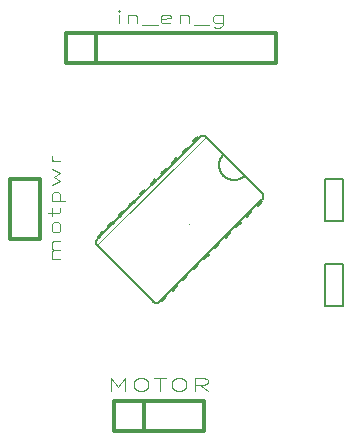
<source format=gto>
G04 ( created by brdgerber.py ( brdgerber.py v0.1 2014-03-12 ) ) date 2020-10-05 03:44:27 EDT*
G04 Gerber Fmt 3.4, Leading zero omitted, Abs format*
%MOIN*%
%FSLAX34Y34*%
G01*
G70*
G90*
G04 APERTURE LIST*
%ADD18C,0.1500*%
%ADD10C,0.0000*%
%ADD19R,0.0629X0.0709*%
%ADD16C,0.0120*%
%ADD14R,0.0550X0.0550*%
%ADD13C,0.0050*%
%ADD12C,0.0020*%
%ADD17R,0.0275X0.0472*%
%ADD11C,0.0060*%
%ADD15C,0.0550*%
%ADD21C,0.0200*%
%ADD20R,0.0709X0.0629*%
G04 APERTURE END LIST*
G54D18*
D11*
G01X12131Y-00742D02*
G01X15545Y02660D01*
D11*
G01X10055Y01340D02*
G01X10053Y01337D01*
G01X10050Y01335D01*
G01X10048Y01332D01*
G01X10045Y01329D01*
G01X10043Y01326D01*
G01X10041Y01323D01*
G01X10039Y01320D01*
G01X10037Y01317D01*
G01X10035Y01314D01*
G01X10033Y01311D01*
G01X10031Y01308D01*
G01X10029Y01305D01*
G01X10027Y01302D01*
G01X10026Y01298D01*
G01X10024Y01295D01*
G01X10023Y01292D01*
G01X10021Y01288D01*
G01X10020Y01285D01*
G01X10019Y01281D01*
G01X10018Y01278D01*
G01X10017Y01274D01*
G01X10016Y01271D01*
G01X10015Y01267D01*
G01X10014Y01263D01*
G01X10013Y01260D01*
G01X10013Y01256D01*
G01X10012Y01252D01*
G01X10012Y01249D01*
G01X10012Y01245D01*
G01X10011Y01241D01*
G01X10011Y01238D01*
G01X10011Y01234D01*
G01X10011Y01230D01*
G01X10011Y01227D01*
G01X10012Y01223D01*
G01X10012Y01219D01*
G01X10012Y01216D01*
G01X10013Y01212D01*
G01X10013Y01208D01*
G01X10014Y01205D01*
G01X10015Y01201D01*
G01X10016Y01198D01*
G01X10017Y01194D01*
G01X10018Y01191D01*
G01X10019Y01187D01*
G01X10020Y01184D01*
G01X10021Y01180D01*
G01X10022Y01177D01*
G01X10024Y01173D01*
G01X10025Y01170D01*
G01X10027Y01167D01*
G01X10029Y01163D01*
G01X10031Y01160D01*
G01X10032Y01157D01*
G01X10034Y01154D01*
G01X10036Y01151D01*
G01X10038Y01148D01*
G01X10041Y01145D01*
G01X10043Y01142D01*
G01X10045Y01139D01*
G01X10047Y01136D01*
G01X10050Y01133D01*
G01X10052Y01131D01*
G01X10055Y01128D01*
D11*
G01X15545Y02872D02*
G01X15548Y02869D01*
G01X15550Y02867D01*
G01X15553Y02864D01*
G01X15555Y02861D01*
G01X15557Y02858D01*
G01X15559Y02855D01*
G01X15562Y02852D01*
G01X15564Y02849D01*
G01X15566Y02846D01*
G01X15568Y02843D01*
G01X15569Y02840D01*
G01X15571Y02837D01*
G01X15573Y02833D01*
G01X15575Y02830D01*
G01X15576Y02827D01*
G01X15578Y02823D01*
G01X15579Y02820D01*
G01X15580Y02816D01*
G01X15581Y02813D01*
G01X15582Y02809D01*
G01X15583Y02806D01*
G01X15584Y02802D01*
G01X15585Y02799D01*
G01X15586Y02795D01*
G01X15587Y02792D01*
G01X15587Y02788D01*
G01X15588Y02784D01*
G01X15588Y02781D01*
G01X15588Y02777D01*
G01X15589Y02773D01*
G01X15589Y02770D01*
G01X15589Y02766D01*
G01X15589Y02762D01*
G01X15589Y02759D01*
G01X15588Y02755D01*
G01X15588Y02751D01*
G01X15588Y02748D01*
G01X15587Y02744D01*
G01X15587Y02740D01*
G01X15586Y02737D01*
G01X15585Y02733D01*
G01X15584Y02729D01*
G01X15583Y02726D01*
G01X15582Y02722D01*
G01X15581Y02719D01*
G01X15580Y02715D01*
G01X15579Y02712D01*
G01X15577Y02708D01*
G01X15576Y02705D01*
G01X15574Y02702D01*
G01X15573Y02698D01*
G01X15571Y02695D01*
G01X15569Y02692D01*
G01X15567Y02689D01*
G01X15565Y02686D01*
G01X15563Y02683D01*
G01X15561Y02680D01*
G01X15559Y02677D01*
G01X15557Y02674D01*
G01X15555Y02671D01*
G01X15552Y02668D01*
G01X15550Y02665D01*
G01X15547Y02663D01*
G01X15545Y02660D01*
D11*
G01X12131Y-00742D02*
G01X12128Y-00745D01*
G01X12125Y-00747D01*
G01X12122Y-00750D01*
G01X12120Y-00752D01*
G01X12117Y-00755D01*
G01X12114Y-00757D01*
G01X12111Y-00759D01*
G01X12108Y-00761D01*
G01X12105Y-00763D01*
G01X12102Y-00765D01*
G01X12098Y-00767D01*
G01X12095Y-00769D01*
G01X12092Y-00770D01*
G01X12089Y-00772D01*
G01X12085Y-00773D01*
G01X12082Y-00775D01*
G01X12078Y-00776D01*
G01X12075Y-00777D01*
G01X12071Y-00779D01*
G01X12068Y-00780D01*
G01X12064Y-00781D01*
G01X12061Y-00782D01*
G01X12057Y-00783D01*
G01X12054Y-00783D01*
G01X12050Y-00784D01*
G01X12046Y-00785D01*
G01X12043Y-00785D01*
G01X12039Y-00785D01*
G01X12035Y-00786D01*
G01X12032Y-00786D01*
G01X12028Y-00786D01*
G01X12024Y-00786D01*
G01X12021Y-00786D01*
G01X12017Y-00786D01*
G01X12013Y-00786D01*
G01X12010Y-00785D01*
G01X12006Y-00785D01*
G01X12002Y-00784D01*
G01X11999Y-00784D01*
G01X11995Y-00783D01*
G01X11992Y-00782D01*
G01X11988Y-00782D01*
G01X11984Y-00781D01*
G01X11981Y-00780D01*
G01X11977Y-00779D01*
G01X11974Y-00777D01*
G01X11970Y-00776D01*
G01X11967Y-00775D01*
G01X11964Y-00773D01*
G01X11960Y-00772D01*
G01X11957Y-00770D01*
G01X11954Y-00768D01*
G01X11950Y-00767D01*
G01X11947Y-00765D01*
G01X11944Y-00763D01*
G01X11941Y-00761D01*
G01X11938Y-00759D01*
G01X11935Y-00756D01*
G01X11932Y-00754D01*
G01X11929Y-00752D01*
G01X11926Y-00750D01*
G01X11924Y-00747D01*
G01X11921Y-00745D01*
G01X11918Y-00742D01*
D11*
G01X13682Y04742D02*
G01X13679Y04745D01*
G01X13676Y04747D01*
G01X13674Y04750D01*
G01X13671Y04752D01*
G01X13668Y04754D01*
G01X13665Y04756D01*
G01X13662Y04759D01*
G01X13659Y04761D01*
G01X13656Y04763D01*
G01X13653Y04765D01*
G01X13650Y04767D01*
G01X13646Y04768D01*
G01X13643Y04770D01*
G01X13640Y04772D01*
G01X13636Y04773D01*
G01X13633Y04775D01*
G01X13630Y04776D01*
G01X13626Y04777D01*
G01X13623Y04779D01*
G01X13619Y04780D01*
G01X13616Y04781D01*
G01X13612Y04782D01*
G01X13608Y04782D01*
G01X13605Y04783D01*
G01X13601Y04784D01*
G01X13598Y04784D01*
G01X13594Y04785D01*
G01X13590Y04785D01*
G01X13587Y04786D01*
G01X13583Y04786D01*
G01X13579Y04786D01*
G01X13576Y04786D01*
G01X13572Y04786D01*
G01X13568Y04786D01*
G01X13565Y04786D01*
G01X13561Y04785D01*
G01X13557Y04785D01*
G01X13554Y04785D01*
G01X13550Y04784D01*
G01X13546Y04783D01*
G01X13543Y04783D01*
G01X13539Y04782D01*
G01X13536Y04781D01*
G01X13532Y04780D01*
G01X13529Y04779D01*
G01X13525Y04777D01*
G01X13522Y04776D01*
G01X13518Y04775D01*
G01X13515Y04773D01*
G01X13511Y04772D01*
G01X13508Y04770D01*
G01X13505Y04769D01*
G01X13502Y04767D01*
G01X13498Y04765D01*
G01X13495Y04763D01*
G01X13492Y04761D01*
G01X13489Y04759D01*
G01X13486Y04757D01*
G01X13483Y04755D01*
G01X13480Y04752D01*
G01X13478Y04750D01*
G01X13475Y04747D01*
G01X13472Y04745D01*
G01X13469Y04742D01*
D11*
G01X13469Y04742D02*
G01X10055Y01340D01*
D11*
G01X10055Y01128D02*
G01X11918Y-00742D01*
D11*
G01X15545Y02872D02*
G01X14966Y03453D01*
D11*
G01X14966Y03453D02*
G01X14260Y04161D01*
D11*
G01X14260Y04161D02*
G01X13682Y04742D01*
D12*
G01X13667Y04742D02*
G01X10055Y01142D01*
D11*
G01X14966Y03453D02*
G01X14948Y03436D01*
G01X14930Y03420D01*
G01X14910Y03405D01*
G01X14890Y03391D01*
G01X14870Y03378D01*
G01X14848Y03366D01*
G01X14826Y03355D01*
G01X14804Y03345D01*
G01X14781Y03336D01*
G01X14758Y03328D01*
G01X14734Y03322D01*
G01X14710Y03316D01*
G01X14686Y03312D01*
G01X14661Y03309D01*
G01X14637Y03308D01*
G01X14612Y03307D01*
G01X14588Y03308D01*
G01X14563Y03310D01*
G01X14539Y03313D01*
G01X14515Y03317D01*
G01X14491Y03322D01*
G01X14467Y03329D01*
G01X14444Y03337D01*
G01X14421Y03345D01*
G01X14399Y03355D01*
G01X14377Y03366D01*
G01X14356Y03379D01*
G01X14335Y03392D01*
G01X14315Y03406D01*
G01X14295Y03421D01*
G01X14277Y03437D01*
G01X14259Y03454D01*
G01X14242Y03472D01*
G01X14226Y03491D01*
G01X14211Y03510D01*
G01X14197Y03530D01*
G01X14184Y03551D01*
G01X14172Y03572D01*
G01X14161Y03594D01*
G01X14151Y03616D01*
G01X14142Y03639D01*
G01X14135Y03663D01*
G01X14128Y03686D01*
G01X14123Y03710D01*
G01X14119Y03735D01*
G01X14116Y03759D01*
G01X14114Y03783D01*
G01X14113Y03808D01*
G01X14114Y03832D01*
G01X14116Y03857D01*
G01X14119Y03881D01*
G01X14123Y03905D01*
G01X14129Y03929D01*
G01X14135Y03953D01*
G01X14143Y03976D01*
G01X14152Y03999D01*
G01X14162Y04022D01*
G01X14173Y04043D01*
G01X14185Y04065D01*
G01X14198Y04086D01*
G01X14212Y04106D01*
G01X14227Y04125D01*
G01X14243Y04143D01*
G01X14260Y04161D01*
D13*
G01X13392Y04735D02*
G01X13250Y04594D01*
D13*
G01X13250Y04594D02*
G01X13285Y04559D01*
D13*
G01X13285Y04559D02*
G01X13427Y04700D01*
D13*
G01X13427Y04700D02*
G01X13392Y04735D01*
D13*
G01X13038Y04383D02*
G01X12896Y04241D01*
D13*
G01X12896Y04241D02*
G01X12931Y04206D01*
D13*
G01X12931Y04206D02*
G01X13073Y04347D01*
D13*
G01X13073Y04347D02*
G01X13038Y04383D01*
D13*
G01X12683Y04030D02*
G01X12542Y03888D01*
D13*
G01X12542Y03888D02*
G01X12577Y03853D01*
D13*
G01X12577Y03853D02*
G01X12719Y03994D01*
D13*
G01X12719Y03994D02*
G01X12683Y04030D01*
D13*
G01X12329Y03677D02*
G01X12187Y03535D01*
D13*
G01X12187Y03535D02*
G01X12223Y03500D01*
D13*
G01X12223Y03500D02*
G01X12364Y03641D01*
D13*
G01X12364Y03641D02*
G01X12329Y03677D01*
D13*
G01X11975Y03324D02*
G01X11833Y03183D01*
D13*
G01X11833Y03183D02*
G01X11869Y03147D01*
D13*
G01X11869Y03147D02*
G01X12010Y03288D01*
D13*
G01X12010Y03288D02*
G01X11975Y03324D01*
D13*
G01X11621Y02971D02*
G01X11479Y02830D01*
D13*
G01X11479Y02830D02*
G01X11514Y02794D01*
D13*
G01X11514Y02794D02*
G01X11656Y02935D01*
D13*
G01X11656Y02935D02*
G01X11621Y02971D01*
D13*
G01X11267Y02618D02*
G01X11125Y02477D01*
D13*
G01X11125Y02477D02*
G01X11160Y02441D01*
D13*
G01X11160Y02441D02*
G01X11302Y02582D01*
D13*
G01X11302Y02582D02*
G01X11267Y02618D01*
D13*
G01X10912Y02265D02*
G01X10771Y02124D01*
D13*
G01X10771Y02124D02*
G01X10806Y02088D01*
D13*
G01X10806Y02088D02*
G01X10948Y02230D01*
D13*
G01X10948Y02230D02*
G01X10912Y02265D01*
D13*
G01X15502Y02618D02*
G01X15361Y02476D01*
D13*
G01X15361Y02476D02*
G01X15396Y02441D01*
D13*
G01X15396Y02441D02*
G01X15538Y02582D01*
D13*
G01X15538Y02582D02*
G01X15502Y02618D01*
D13*
G01X15148Y02265D02*
G01X15006Y02123D01*
D13*
G01X15006Y02123D02*
G01X15042Y02088D01*
D13*
G01X15042Y02088D02*
G01X15183Y02229D01*
D13*
G01X15183Y02229D02*
G01X15148Y02265D01*
D13*
G01X14794Y01912D02*
G01X14652Y01770D01*
D13*
G01X14652Y01770D02*
G01X14688Y01735D01*
D13*
G01X14688Y01735D02*
G01X14829Y01876D01*
D13*
G01X14829Y01876D02*
G01X14794Y01912D01*
D13*
G01X14440Y01559D02*
G01X14298Y01418D01*
D13*
G01X14298Y01418D02*
G01X14333Y01382D01*
D13*
G01X14333Y01382D02*
G01X14475Y01523D01*
D13*
G01X14475Y01523D02*
G01X14440Y01559D01*
D13*
G01X14086Y01206D02*
G01X13944Y01065D01*
D13*
G01X13944Y01065D02*
G01X13979Y01029D01*
D13*
G01X13979Y01029D02*
G01X14121Y01170D01*
D13*
G01X14121Y01170D02*
G01X14086Y01206D01*
D13*
G01X13731Y00853D02*
G01X13590Y00712D01*
D13*
G01X13590Y00712D02*
G01X13625Y00676D01*
D13*
G01X13625Y00676D02*
G01X13767Y00817D01*
D13*
G01X13767Y00817D02*
G01X13731Y00853D01*
D13*
G01X13377Y00500D02*
G01X13236Y00359D01*
D13*
G01X13236Y00359D02*
G01X13271Y00323D01*
D13*
G01X13271Y00323D02*
G01X13413Y00465D01*
D13*
G01X13413Y00465D02*
G01X13377Y00500D01*
D13*
G01X13023Y00147D02*
G01X12881Y00006D01*
D13*
G01X12881Y00006D02*
G01X12917Y-00030D01*
D13*
G01X12917Y-00030D02*
G01X13058Y00112D01*
D13*
G01X13058Y00112D02*
G01X13023Y00147D01*
D13*
G01X12669Y-00206D02*
G01X12527Y-00347D01*
D13*
G01X12527Y-00347D02*
G01X12562Y-00383D01*
D13*
G01X12562Y-00383D02*
G01X12704Y-00241D01*
D13*
G01X12704Y-00241D02*
G01X12669Y-00206D01*
D13*
G01X12315Y-00559D02*
G01X12173Y-00700D01*
D13*
G01X12173Y-00700D02*
G01X12208Y-00735D01*
D13*
G01X12208Y-00735D02*
G01X12350Y-00594D01*
D13*
G01X12350Y-00594D02*
G01X12315Y-00559D01*
D13*
G01X10558Y01912D02*
G01X10417Y01771D01*
D13*
G01X10417Y01771D02*
G01X10452Y01735D01*
D13*
G01X10452Y01735D02*
G01X10594Y01877D01*
D13*
G01X10594Y01877D02*
G01X10558Y01912D01*
D13*
G01X10204Y01559D02*
G01X10062Y01418D01*
D13*
G01X10062Y01418D02*
G01X10098Y01382D01*
D13*
G01X10098Y01382D02*
G01X10239Y01524D01*
D13*
G01X10239Y01524D02*
G01X10204Y01559D01*
D16*
G01X09000Y08200D02*
G01X09000Y08200D01*
D16*
G01X09000Y08200D02*
G01X16000Y08200D01*
D16*
G01X16000Y08200D02*
G01X16000Y07200D01*
D16*
G01X16000Y07200D02*
G01X09000Y07200D01*
D16*
G01X09000Y07200D02*
G01X09000Y08200D01*
D16*
G01X10000Y07200D02*
G01X10000Y07200D01*
D16*
G01X10000Y07200D02*
G01X10000Y08200D01*
D10*
G01X10765Y08527D02*
G01X10765Y08812D01*
D10*
G01X10765Y08955D02*
G01X10733Y08934D01*
G01X10765Y08914D01*
G01X10798Y08934D01*
G01X10765Y08955D01*
G01X10765Y08914D01*
D10*
G01X11089Y08812D02*
G01X11089Y08527D01*
D10*
G01X11089Y08771D02*
G01X11122Y08792D01*
G01X11187Y08812D01*
G01X11284Y08812D01*
G01X11349Y08792D01*
G01X11381Y08751D01*
G01X11381Y08527D01*
D10*
G01X11543Y08486D02*
G01X12062Y08486D01*
D10*
G01X12484Y08547D02*
G01X12419Y08527D01*
G01X12289Y08527D01*
G01X12224Y08547D01*
G01X12192Y08588D01*
G01X12192Y08751D01*
G01X12224Y08792D01*
G01X12289Y08812D01*
G01X12419Y08812D01*
G01X12484Y08792D01*
G01X12516Y08751D01*
G01X12516Y08710D01*
G01X12192Y08669D01*
D10*
G01X12808Y08812D02*
G01X12808Y08527D01*
D10*
G01X12808Y08771D02*
G01X12840Y08792D01*
G01X12905Y08812D01*
G01X13003Y08812D01*
G01X13068Y08792D01*
G01X13100Y08751D01*
G01X13100Y08527D01*
D10*
G01X13262Y08486D02*
G01X13781Y08486D01*
D10*
G01X14235Y08812D02*
G01X14235Y08466D01*
G01X14203Y08425D01*
G01X14170Y08404D01*
G01X14105Y08384D01*
G01X14008Y08384D01*
G01X13943Y08404D01*
D10*
G01X14235Y08547D02*
G01X14170Y08527D01*
G01X14040Y08527D01*
G01X13976Y08547D01*
G01X13943Y08568D01*
G01X13911Y08608D01*
G01X13911Y08731D01*
G01X13943Y08771D01*
G01X13976Y08792D01*
G01X14040Y08812D01*
G01X14170Y08812D01*
G01X14235Y08792D01*
D13*
G01X18250Y03350D02*
G01X18250Y01950D01*
D13*
G01X18250Y01950D02*
G01X17650Y01950D01*
D13*
G01X17650Y01950D02*
G01X17650Y03350D01*
D13*
G01X17650Y03350D02*
G01X18250Y03350D01*
D10*
G01X13100Y01850D02*
G01X13100Y01850D01*
G01X13100Y01850D01*
G01X13100Y01850D01*
G01X13100Y01850D01*
G01X13100Y01850D01*
G01X13100Y01850D01*
G01X13100Y01850D01*
G01X13100Y01850D01*
G01X13100Y01850D01*
G01X13100Y01850D01*
G01X13100Y01850D01*
G01X13100Y01850D01*
G01X13100Y01850D01*
G01X13100Y01850D01*
G01X13100Y01850D01*
D10*
G01X13100Y01850D02*
G01X13100Y01850D01*
G01X13100Y01850D01*
G01X13100Y01850D01*
G01X13100Y01850D01*
G01X13100Y01850D01*
G01X13100Y01850D01*
G01X13100Y01850D01*
G01X13100Y01850D01*
G01X13100Y01850D01*
G01X13100Y01850D01*
G01X13100Y01850D01*
D10*
G01X13100Y01850D02*
G01X13100Y01850D01*
D10*
G01X13100Y01850D02*
G01X13100Y01850D01*
G01X13100Y01850D01*
G01X13100Y01850D01*
G01X13100Y01850D01*
D10*
G01X13100Y01850D02*
G01X13100Y01850D01*
G01X13100Y01850D01*
G01X13100Y01850D01*
G01X13100Y01850D01*
G01X13100Y01850D01*
G01X13100Y01850D01*
G01X13100Y01850D01*
G01X13100Y01850D01*
G01X13100Y01850D01*
G01X13100Y01850D01*
G01X13100Y01850D01*
G01X13100Y01850D01*
D10*
G01X13100Y01850D02*
G01X13100Y01850D01*
G01X13100Y01850D01*
G01X13100Y01850D01*
G01X13100Y01850D01*
D16*
G01X07150Y03350D02*
G01X08150Y03350D01*
D16*
G01X08150Y03350D02*
G01X08150Y01350D01*
D16*
G01X08150Y01350D02*
G01X07150Y01350D01*
D16*
G01X07150Y01350D02*
G01X07150Y03350D01*
D10*
G01X08823Y00680D02*
G01X08538Y00680D01*
D10*
G01X08579Y00680D02*
G01X08558Y00712D01*
G01X08538Y00777D01*
G01X08538Y00874D01*
G01X08558Y00939D01*
G01X08599Y00972D01*
G01X08823Y00972D01*
D10*
G01X08599Y00972D02*
G01X08558Y01004D01*
G01X08538Y01069D01*
G01X08538Y01166D01*
G01X08558Y01231D01*
G01X08599Y01264D01*
G01X08823Y01264D01*
D10*
G01X08823Y01685D02*
G01X08803Y01620D01*
G01X08782Y01588D01*
G01X08742Y01555D01*
G01X08619Y01555D01*
G01X08579Y01588D01*
G01X08558Y01620D01*
G01X08538Y01685D01*
G01X08538Y01782D01*
G01X08558Y01847D01*
G01X08579Y01880D01*
G01X08619Y01912D01*
G01X08742Y01912D01*
G01X08782Y01880D01*
G01X08803Y01847D01*
G01X08823Y01782D01*
G01X08823Y01685D01*
D10*
G01X08538Y02107D02*
G01X08538Y02366D01*
D10*
G01X08395Y02204D02*
G01X08762Y02204D01*
G01X08803Y02236D01*
G01X08823Y02301D01*
G01X08823Y02366D01*
D10*
G01X08538Y02593D02*
G01X08966Y02593D01*
D10*
G01X08558Y02593D02*
G01X08538Y02658D01*
G01X08538Y02788D01*
G01X08558Y02853D01*
G01X08579Y02885D01*
G01X08619Y02918D01*
G01X08742Y02918D01*
G01X08782Y02885D01*
G01X08803Y02853D01*
G01X08823Y02788D01*
G01X08823Y02658D01*
G01X08803Y02593D01*
D10*
G01X08538Y03144D02*
G01X08823Y03274D01*
G01X08619Y03404D01*
G01X08823Y03534D01*
G01X08538Y03663D01*
D10*
G01X08823Y03923D02*
G01X08538Y03923D01*
D10*
G01X08619Y03923D02*
G01X08579Y03955D01*
G01X08558Y03988D01*
G01X08538Y04052D01*
G01X08538Y04117D01*
D16*
G01X10600Y-05050D02*
G01X10600Y-04050D01*
D16*
G01X10600Y-04050D02*
G01X13600Y-04050D01*
D16*
G01X13600Y-04050D02*
G01X13600Y-05050D01*
D16*
G01X13600Y-05050D02*
G01X10600Y-05050D01*
D16*
G01X11600Y-04050D02*
G01X11600Y-05050D01*
D10*
G01X10505Y-03722D02*
G01X10505Y-03298D01*
G01X10740Y-03600D01*
G01X10975Y-03298D01*
G01X10975Y-03722D01*
D10*
G01X11445Y-03298D02*
G01X11580Y-03298D01*
G01X11647Y-03318D01*
G01X11714Y-03358D01*
G01X11747Y-03439D01*
G01X11747Y-03580D01*
G01X11714Y-03661D01*
G01X11647Y-03701D01*
G01X11580Y-03722D01*
G01X11445Y-03722D01*
G01X11378Y-03701D01*
G01X11311Y-03661D01*
G01X11278Y-03580D01*
G01X11278Y-03439D01*
G01X11311Y-03358D01*
G01X11378Y-03318D01*
G01X11445Y-03298D01*
D10*
G01X11949Y-03298D02*
G01X12352Y-03298D01*
D10*
G01X12150Y-03722D02*
G01X12150Y-03298D01*
D10*
G01X12721Y-03298D02*
G01X12855Y-03298D01*
G01X12922Y-03318D01*
G01X12990Y-03358D01*
G01X13023Y-03439D01*
G01X13023Y-03580D01*
G01X12990Y-03661D01*
G01X12922Y-03701D01*
G01X12855Y-03722D01*
G01X12721Y-03722D01*
G01X12654Y-03701D01*
G01X12587Y-03661D01*
G01X12553Y-03580D01*
G01X12553Y-03439D01*
G01X12587Y-03358D01*
G01X12654Y-03318D01*
G01X12721Y-03298D01*
D10*
G01X13728Y-03722D02*
G01X13493Y-03520D01*
D10*
G01X13325Y-03722D02*
G01X13325Y-03298D01*
G01X13594Y-03298D01*
G01X13661Y-03318D01*
G01X13695Y-03338D01*
G01X13728Y-03378D01*
G01X13728Y-03439D01*
G01X13695Y-03479D01*
G01X13661Y-03500D01*
G01X13594Y-03520D01*
G01X13325Y-03520D01*
D13*
G01X18250Y00500D02*
G01X18250Y-00900D01*
D13*
G01X18250Y-00900D02*
G01X17650Y-00900D01*
D13*
G01X17650Y-00900D02*
G01X17650Y00500D01*
D13*
G01X17650Y00500D02*
G01X18250Y00500D01*
M02*

</source>
